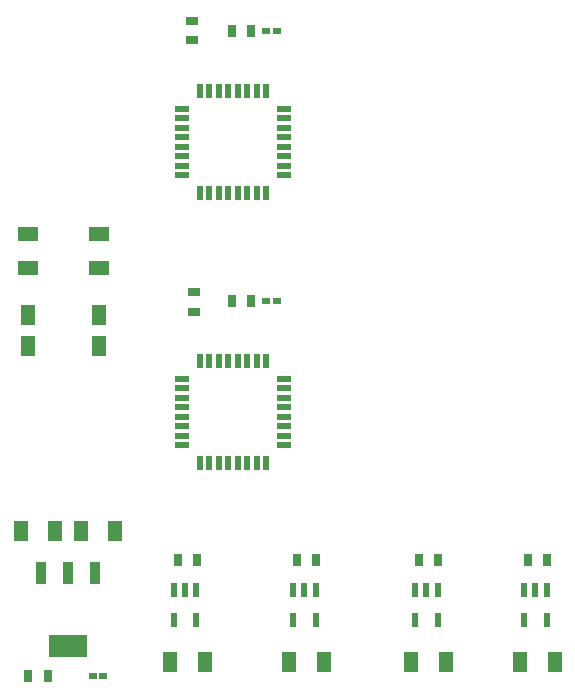
<source format=gbr>
G04 EAGLE Gerber RS-274X export*
G75*
%MOMM*%
%FSLAX34Y34*%
%LPD*%
%INSolderpaste Top*%
%IPPOS*%
%AMOC8*
5,1,8,0,0,1.08239X$1,22.5*%
G01*
G04 Define Apertures*
%ADD10R,1.164600X1.815300*%
%ADD11R,1.188700X1.795500*%
%ADD12R,0.700000X0.500000*%
%ADD13R,0.897900X1.860300*%
%ADD14R,3.189100X1.860300*%
%ADD15R,1.270000X0.558800*%
%ADD16R,0.558800X1.270000*%
%ADD17R,0.798700X0.973900*%
%ADD18R,0.973900X0.798700*%
%ADD19R,0.597100X1.186400*%
%ADD20R,1.815300X1.164600*%
D10*
X103654Y262900D03*
X74146Y262900D03*
X23346Y262900D03*
X52854Y262900D03*
X149785Y152400D03*
X179293Y152400D03*
D11*
X29700Y446099D03*
X29700Y419901D03*
D10*
X250772Y152400D03*
X280280Y152400D03*
X354120Y152400D03*
X383628Y152400D03*
D11*
X89700Y446099D03*
X89700Y419901D03*
D10*
X446333Y152400D03*
X475841Y152400D03*
D12*
X93400Y140500D03*
X84400Y140500D03*
X240400Y686100D03*
X231400Y686100D03*
X240400Y457500D03*
X231400Y457500D03*
D13*
X86500Y227450D03*
X63500Y227450D03*
X40500Y227450D03*
D14*
X63500Y165950D03*
D15*
X160274Y620300D03*
X160274Y612300D03*
X160274Y604300D03*
X160274Y596300D03*
X160274Y588300D03*
X160274Y580300D03*
X160274Y572300D03*
X160274Y564300D03*
D16*
X175200Y549374D03*
X183200Y549374D03*
X191200Y549374D03*
X199200Y549374D03*
X207200Y549374D03*
X215200Y549374D03*
X223200Y549374D03*
X231200Y549374D03*
D15*
X246126Y564300D03*
X246126Y572300D03*
X246126Y580300D03*
X246126Y588300D03*
X246126Y596300D03*
X246126Y604300D03*
X246126Y612300D03*
X246126Y620300D03*
D16*
X231200Y635226D03*
X223200Y635226D03*
X215200Y635226D03*
X207200Y635226D03*
X199200Y635226D03*
X191200Y635226D03*
X183200Y635226D03*
X175200Y635226D03*
D15*
X160274Y391700D03*
X160274Y383700D03*
X160274Y375700D03*
X160274Y367700D03*
X160274Y359700D03*
X160274Y351700D03*
X160274Y343700D03*
X160274Y335700D03*
D16*
X175200Y320774D03*
X183200Y320774D03*
X191200Y320774D03*
X199200Y320774D03*
X207200Y320774D03*
X215200Y320774D03*
X223200Y320774D03*
X231200Y320774D03*
D15*
X246126Y335700D03*
X246126Y343700D03*
X246126Y351700D03*
X246126Y359700D03*
X246126Y367700D03*
X246126Y375700D03*
X246126Y383700D03*
X246126Y391700D03*
D16*
X231200Y406626D03*
X223200Y406626D03*
X215200Y406626D03*
X207200Y406626D03*
X199200Y406626D03*
X191200Y406626D03*
X183200Y406626D03*
X175200Y406626D03*
D17*
X46252Y140500D03*
X29948Y140500D03*
X218652Y686100D03*
X202348Y686100D03*
D18*
X168500Y694952D03*
X168500Y678648D03*
D17*
X156322Y238700D03*
X172626Y238700D03*
X257309Y238700D03*
X273613Y238700D03*
X452974Y238700D03*
X469278Y238700D03*
D18*
X169900Y464952D03*
X169900Y448648D03*
D17*
X218652Y457500D03*
X202348Y457500D03*
X360761Y238700D03*
X377065Y238700D03*
D19*
X172139Y212644D03*
X162639Y212644D03*
X153139Y212644D03*
X153139Y187356D03*
X172139Y187356D03*
X273126Y212644D03*
X263626Y212644D03*
X254126Y212644D03*
X254126Y187356D03*
X273126Y187356D03*
X376474Y212644D03*
X366974Y212644D03*
X357474Y212644D03*
X357474Y187356D03*
X376474Y187356D03*
X468687Y212644D03*
X459187Y212644D03*
X449687Y212644D03*
X449687Y187356D03*
X468687Y187356D03*
D20*
X30000Y514754D03*
X30000Y485246D03*
X90000Y514754D03*
X90000Y485246D03*
M02*

</source>
